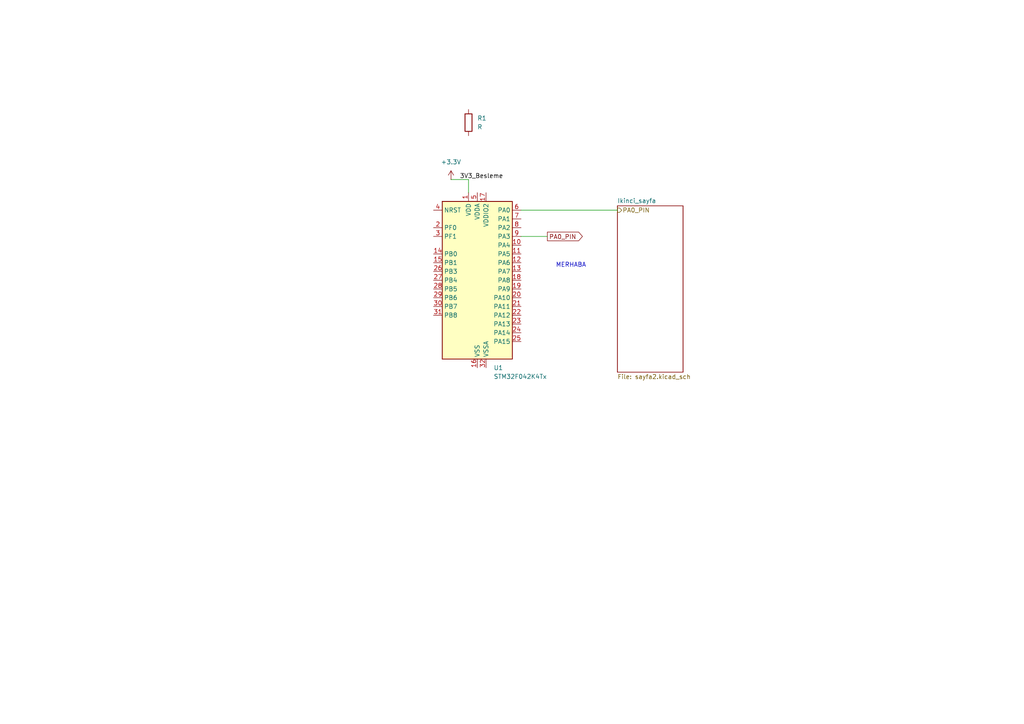
<source format=kicad_sch>
(kicad_sch
	(version 20231120)
	(generator "eeschema")
	(generator_version "8.0")
	(uuid "9307271f-55a5-4727-a117-db074bcdf12f")
	(paper "A4")
	(title_block
		(title "Egitim")
	)
	(lib_symbols
		(symbol "Device:R"
			(pin_numbers hide)
			(pin_names
				(offset 0)
			)
			(exclude_from_sim no)
			(in_bom yes)
			(on_board yes)
			(property "Reference" "R"
				(at 2.032 0 90)
				(effects
					(font
						(size 1.27 1.27)
					)
				)
			)
			(property "Value" "R"
				(at 0 0 90)
				(effects
					(font
						(size 1.27 1.27)
					)
				)
			)
			(property "Footprint" ""
				(at -1.778 0 90)
				(effects
					(font
						(size 1.27 1.27)
					)
					(hide yes)
				)
			)
			(property "Datasheet" "~"
				(at 0 0 0)
				(effects
					(font
						(size 1.27 1.27)
					)
					(hide yes)
				)
			)
			(property "Description" "Resistor"
				(at 0 0 0)
				(effects
					(font
						(size 1.27 1.27)
					)
					(hide yes)
				)
			)
			(property "ki_keywords" "R res resistor"
				(at 0 0 0)
				(effects
					(font
						(size 1.27 1.27)
					)
					(hide yes)
				)
			)
			(property "ki_fp_filters" "R_*"
				(at 0 0 0)
				(effects
					(font
						(size 1.27 1.27)
					)
					(hide yes)
				)
			)
			(symbol "R_0_1"
				(rectangle
					(start -1.016 -2.54)
					(end 1.016 2.54)
					(stroke
						(width 0.254)
						(type default)
					)
					(fill
						(type none)
					)
				)
			)
			(symbol "R_1_1"
				(pin passive line
					(at 0 3.81 270)
					(length 1.27)
					(name "~"
						(effects
							(font
								(size 1.27 1.27)
							)
						)
					)
					(number "1"
						(effects
							(font
								(size 1.27 1.27)
							)
						)
					)
				)
				(pin passive line
					(at 0 -3.81 90)
					(length 1.27)
					(name "~"
						(effects
							(font
								(size 1.27 1.27)
							)
						)
					)
					(number "2"
						(effects
							(font
								(size 1.27 1.27)
							)
						)
					)
				)
			)
		)
		(symbol "MCU_ST_STM32F0:STM32F042K4Tx"
			(exclude_from_sim no)
			(in_bom yes)
			(on_board yes)
			(property "Reference" "U"
				(at -10.16 24.13 0)
				(effects
					(font
						(size 1.27 1.27)
					)
					(justify left)
				)
			)
			(property "Value" "STM32F042K4Tx"
				(at 5.08 24.13 0)
				(effects
					(font
						(size 1.27 1.27)
					)
					(justify left)
				)
			)
			(property "Footprint" "Package_QFP:LQFP-32_7x7mm_P0.8mm"
				(at -10.16 -22.86 0)
				(effects
					(font
						(size 1.27 1.27)
					)
					(justify right)
					(hide yes)
				)
			)
			(property "Datasheet" "https://www.st.com/resource/en/datasheet/stm32f042k4.pdf"
				(at 0 0 0)
				(effects
					(font
						(size 1.27 1.27)
					)
					(hide yes)
				)
			)
			(property "Description" "STMicroelectronics Arm Cortex-M0 MCU, 16KB flash, 6KB RAM, 48 MHz, 2.0-3.6V, 26 GPIO, LQFP32"
				(at 0 0 0)
				(effects
					(font
						(size 1.27 1.27)
					)
					(hide yes)
				)
			)
			(property "ki_locked" ""
				(at 0 0 0)
				(effects
					(font
						(size 1.27 1.27)
					)
				)
			)
			(property "ki_keywords" "Arm Cortex-M0 STM32F0 STM32F0x2"
				(at 0 0 0)
				(effects
					(font
						(size 1.27 1.27)
					)
					(hide yes)
				)
			)
			(property "ki_fp_filters" "LQFP*7x7mm*P0.8mm*"
				(at 0 0 0)
				(effects
					(font
						(size 1.27 1.27)
					)
					(hide yes)
				)
			)
			(symbol "STM32F042K4Tx_0_1"
				(rectangle
					(start -10.16 -22.86)
					(end 10.16 22.86)
					(stroke
						(width 0.254)
						(type default)
					)
					(fill
						(type background)
					)
				)
			)
			(symbol "STM32F042K4Tx_1_1"
				(pin power_in line
					(at -2.54 25.4 270)
					(length 2.54)
					(name "VDD"
						(effects
							(font
								(size 1.27 1.27)
							)
						)
					)
					(number "1"
						(effects
							(font
								(size 1.27 1.27)
							)
						)
					)
				)
				(pin bidirectional line
					(at 12.7 10.16 180)
					(length 2.54)
					(name "PA4"
						(effects
							(font
								(size 1.27 1.27)
							)
						)
					)
					(number "10"
						(effects
							(font
								(size 1.27 1.27)
							)
						)
					)
					(alternate "ADC_IN4" bidirectional line)
					(alternate "I2S1_WS" bidirectional line)
					(alternate "SPI1_NSS" bidirectional line)
					(alternate "TIM14_CH1" bidirectional line)
					(alternate "TSC_G2_IO1" bidirectional line)
					(alternate "USART2_CK" bidirectional line)
					(alternate "USB_NOE" bidirectional line)
				)
				(pin bidirectional line
					(at 12.7 7.62 180)
					(length 2.54)
					(name "PA5"
						(effects
							(font
								(size 1.27 1.27)
							)
						)
					)
					(number "11"
						(effects
							(font
								(size 1.27 1.27)
							)
						)
					)
					(alternate "ADC_IN5" bidirectional line)
					(alternate "CEC" bidirectional line)
					(alternate "I2S1_CK" bidirectional line)
					(alternate "SPI1_SCK" bidirectional line)
					(alternate "TIM2_CH1" bidirectional line)
					(alternate "TIM2_ETR" bidirectional line)
					(alternate "TSC_G2_IO2" bidirectional line)
				)
				(pin bidirectional line
					(at 12.7 5.08 180)
					(length 2.54)
					(name "PA6"
						(effects
							(font
								(size 1.27 1.27)
							)
						)
					)
					(number "12"
						(effects
							(font
								(size 1.27 1.27)
							)
						)
					)
					(alternate "ADC_IN6" bidirectional line)
					(alternate "I2S1_MCK" bidirectional line)
					(alternate "SPI1_MISO" bidirectional line)
					(alternate "TIM16_CH1" bidirectional line)
					(alternate "TIM1_BKIN" bidirectional line)
					(alternate "TIM3_CH1" bidirectional line)
					(alternate "TSC_G2_IO3" bidirectional line)
				)
				(pin bidirectional line
					(at 12.7 2.54 180)
					(length 2.54)
					(name "PA7"
						(effects
							(font
								(size 1.27 1.27)
							)
						)
					)
					(number "13"
						(effects
							(font
								(size 1.27 1.27)
							)
						)
					)
					(alternate "ADC_IN7" bidirectional line)
					(alternate "I2S1_SD" bidirectional line)
					(alternate "SPI1_MOSI" bidirectional line)
					(alternate "TIM14_CH1" bidirectional line)
					(alternate "TIM17_CH1" bidirectional line)
					(alternate "TIM1_CH1N" bidirectional line)
					(alternate "TIM3_CH2" bidirectional line)
					(alternate "TSC_G2_IO4" bidirectional line)
				)
				(pin bidirectional line
					(at -12.7 7.62 0)
					(length 2.54)
					(name "PB0"
						(effects
							(font
								(size 1.27 1.27)
							)
						)
					)
					(number "14"
						(effects
							(font
								(size 1.27 1.27)
							)
						)
					)
					(alternate "ADC_IN8" bidirectional line)
					(alternate "TIM1_CH2N" bidirectional line)
					(alternate "TIM3_CH3" bidirectional line)
					(alternate "TSC_G3_IO2" bidirectional line)
				)
				(pin bidirectional line
					(at -12.7 5.08 0)
					(length 2.54)
					(name "PB1"
						(effects
							(font
								(size 1.27 1.27)
							)
						)
					)
					(number "15"
						(effects
							(font
								(size 1.27 1.27)
							)
						)
					)
					(alternate "ADC_IN9" bidirectional line)
					(alternate "TIM14_CH1" bidirectional line)
					(alternate "TIM1_CH3N" bidirectional line)
					(alternate "TIM3_CH4" bidirectional line)
					(alternate "TSC_G3_IO3" bidirectional line)
				)
				(pin power_in line
					(at 0 -25.4 90)
					(length 2.54)
					(name "VSS"
						(effects
							(font
								(size 1.27 1.27)
							)
						)
					)
					(number "16"
						(effects
							(font
								(size 1.27 1.27)
							)
						)
					)
				)
				(pin power_in line
					(at 2.54 25.4 270)
					(length 2.54)
					(name "VDDIO2"
						(effects
							(font
								(size 1.27 1.27)
							)
						)
					)
					(number "17"
						(effects
							(font
								(size 1.27 1.27)
							)
						)
					)
				)
				(pin bidirectional line
					(at 12.7 0 180)
					(length 2.54)
					(name "PA8"
						(effects
							(font
								(size 1.27 1.27)
							)
						)
					)
					(number "18"
						(effects
							(font
								(size 1.27 1.27)
							)
						)
					)
					(alternate "CRS_SYNC" bidirectional line)
					(alternate "RCC_MCO" bidirectional line)
					(alternate "TIM1_CH1" bidirectional line)
					(alternate "USART1_CK" bidirectional line)
				)
				(pin bidirectional line
					(at 12.7 -2.54 180)
					(length 2.54)
					(name "PA9"
						(effects
							(font
								(size 1.27 1.27)
							)
						)
					)
					(number "19"
						(effects
							(font
								(size 1.27 1.27)
							)
						)
					)
					(alternate "I2C1_SCL" bidirectional line)
					(alternate "TIM1_CH2" bidirectional line)
					(alternate "TSC_G4_IO1" bidirectional line)
					(alternate "USART1_TX" bidirectional line)
				)
				(pin bidirectional line
					(at -12.7 15.24 0)
					(length 2.54)
					(name "PF0"
						(effects
							(font
								(size 1.27 1.27)
							)
						)
					)
					(number "2"
						(effects
							(font
								(size 1.27 1.27)
							)
						)
					)
					(alternate "CRS_SYNC" bidirectional line)
					(alternate "I2C1_SDA" bidirectional line)
					(alternate "RCC_OSC_IN" bidirectional line)
				)
				(pin bidirectional line
					(at 12.7 -5.08 180)
					(length 2.54)
					(name "PA10"
						(effects
							(font
								(size 1.27 1.27)
							)
						)
					)
					(number "20"
						(effects
							(font
								(size 1.27 1.27)
							)
						)
					)
					(alternate "I2C1_SDA" bidirectional line)
					(alternate "TIM17_BKIN" bidirectional line)
					(alternate "TIM1_CH3" bidirectional line)
					(alternate "TSC_G4_IO2" bidirectional line)
					(alternate "USART1_RX" bidirectional line)
				)
				(pin bidirectional line
					(at 12.7 -7.62 180)
					(length 2.54)
					(name "PA11"
						(effects
							(font
								(size 1.27 1.27)
							)
						)
					)
					(number "21"
						(effects
							(font
								(size 1.27 1.27)
							)
						)
					)
					(alternate "CAN_RX" bidirectional line)
					(alternate "I2C1_SCL" bidirectional line)
					(alternate "TIM1_CH4" bidirectional line)
					(alternate "TSC_G4_IO3" bidirectional line)
					(alternate "USART1_CTS" bidirectional line)
					(alternate "USB_DM" bidirectional line)
				)
				(pin bidirectional line
					(at 12.7 -10.16 180)
					(length 2.54)
					(name "PA12"
						(effects
							(font
								(size 1.27 1.27)
							)
						)
					)
					(number "22"
						(effects
							(font
								(size 1.27 1.27)
							)
						)
					)
					(alternate "CAN_TX" bidirectional line)
					(alternate "I2C1_SDA" bidirectional line)
					(alternate "TIM1_ETR" bidirectional line)
					(alternate "TSC_G4_IO4" bidirectional line)
					(alternate "USART1_DE" bidirectional line)
					(alternate "USART1_RTS" bidirectional line)
					(alternate "USB_DP" bidirectional line)
				)
				(pin bidirectional line
					(at 12.7 -12.7 180)
					(length 2.54)
					(name "PA13"
						(effects
							(font
								(size 1.27 1.27)
							)
						)
					)
					(number "23"
						(effects
							(font
								(size 1.27 1.27)
							)
						)
					)
					(alternate "IR_OUT" bidirectional line)
					(alternate "SYS_SWDIO" bidirectional line)
					(alternate "USB_NOE" bidirectional line)
				)
				(pin bidirectional line
					(at 12.7 -15.24 180)
					(length 2.54)
					(name "PA14"
						(effects
							(font
								(size 1.27 1.27)
							)
						)
					)
					(number "24"
						(effects
							(font
								(size 1.27 1.27)
							)
						)
					)
					(alternate "SYS_SWCLK" bidirectional line)
					(alternate "USART2_TX" bidirectional line)
				)
				(pin bidirectional line
					(at 12.7 -17.78 180)
					(length 2.54)
					(name "PA15"
						(effects
							(font
								(size 1.27 1.27)
							)
						)
					)
					(number "25"
						(effects
							(font
								(size 1.27 1.27)
							)
						)
					)
					(alternate "I2S1_WS" bidirectional line)
					(alternate "SPI1_NSS" bidirectional line)
					(alternate "TIM2_CH1" bidirectional line)
					(alternate "TIM2_ETR" bidirectional line)
					(alternate "USART2_RX" bidirectional line)
					(alternate "USB_NOE" bidirectional line)
				)
				(pin bidirectional line
					(at -12.7 2.54 0)
					(length 2.54)
					(name "PB3"
						(effects
							(font
								(size 1.27 1.27)
							)
						)
					)
					(number "26"
						(effects
							(font
								(size 1.27 1.27)
							)
						)
					)
					(alternate "I2S1_CK" bidirectional line)
					(alternate "SPI1_SCK" bidirectional line)
					(alternate "TIM2_CH2" bidirectional line)
					(alternate "TSC_G5_IO1" bidirectional line)
				)
				(pin bidirectional line
					(at -12.7 0 0)
					(length 2.54)
					(name "PB4"
						(effects
							(font
								(size 1.27 1.27)
							)
						)
					)
					(number "27"
						(effects
							(font
								(size 1.27 1.27)
							)
						)
					)
					(alternate "I2S1_MCK" bidirectional line)
					(alternate "SPI1_MISO" bidirectional line)
					(alternate "TIM17_BKIN" bidirectional line)
					(alternate "TIM3_CH1" bidirectional line)
					(alternate "TSC_G5_IO2" bidirectional line)
				)
				(pin bidirectional line
					(at -12.7 -2.54 0)
					(length 2.54)
					(name "PB5"
						(effects
							(font
								(size 1.27 1.27)
							)
						)
					)
					(number "28"
						(effects
							(font
								(size 1.27 1.27)
							)
						)
					)
					(alternate "I2C1_SMBA" bidirectional line)
					(alternate "I2S1_SD" bidirectional line)
					(alternate "SPI1_MOSI" bidirectional line)
					(alternate "SYS_WKUP6" bidirectional line)
					(alternate "TIM16_BKIN" bidirectional line)
					(alternate "TIM3_CH2" bidirectional line)
				)
				(pin bidirectional line
					(at -12.7 -5.08 0)
					(length 2.54)
					(name "PB6"
						(effects
							(font
								(size 1.27 1.27)
							)
						)
					)
					(number "29"
						(effects
							(font
								(size 1.27 1.27)
							)
						)
					)
					(alternate "I2C1_SCL" bidirectional line)
					(alternate "TIM16_CH1N" bidirectional line)
					(alternate "TSC_G5_IO3" bidirectional line)
					(alternate "USART1_TX" bidirectional line)
				)
				(pin bidirectional line
					(at -12.7 12.7 0)
					(length 2.54)
					(name "PF1"
						(effects
							(font
								(size 1.27 1.27)
							)
						)
					)
					(number "3"
						(effects
							(font
								(size 1.27 1.27)
							)
						)
					)
					(alternate "I2C1_SCL" bidirectional line)
					(alternate "RCC_OSC_OUT" bidirectional line)
				)
				(pin bidirectional line
					(at -12.7 -7.62 0)
					(length 2.54)
					(name "PB7"
						(effects
							(font
								(size 1.27 1.27)
							)
						)
					)
					(number "30"
						(effects
							(font
								(size 1.27 1.27)
							)
						)
					)
					(alternate "I2C1_SDA" bidirectional line)
					(alternate "TIM17_CH1N" bidirectional line)
					(alternate "TSC_G5_IO4" bidirectional line)
					(alternate "USART1_RX" bidirectional line)
				)
				(pin bidirectional line
					(at -12.7 -10.16 0)
					(length 2.54)
					(name "PB8"
						(effects
							(font
								(size 1.27 1.27)
							)
						)
					)
					(number "31"
						(effects
							(font
								(size 1.27 1.27)
							)
						)
					)
					(alternate "CAN_RX" bidirectional line)
					(alternate "CEC" bidirectional line)
					(alternate "I2C1_SCL" bidirectional line)
					(alternate "TIM16_CH1" bidirectional line)
					(alternate "TSC_SYNC" bidirectional line)
				)
				(pin power_in line
					(at 2.54 -25.4 90)
					(length 2.54)
					(name "VSSA"
						(effects
							(font
								(size 1.27 1.27)
							)
						)
					)
					(number "32"
						(effects
							(font
								(size 1.27 1.27)
							)
						)
					)
				)
				(pin input line
					(at -12.7 20.32 0)
					(length 2.54)
					(name "NRST"
						(effects
							(font
								(size 1.27 1.27)
							)
						)
					)
					(number "4"
						(effects
							(font
								(size 1.27 1.27)
							)
						)
					)
				)
				(pin power_in line
					(at 0 25.4 270)
					(length 2.54)
					(name "VDDA"
						(effects
							(font
								(size 1.27 1.27)
							)
						)
					)
					(number "5"
						(effects
							(font
								(size 1.27 1.27)
							)
						)
					)
				)
				(pin bidirectional line
					(at 12.7 20.32 180)
					(length 2.54)
					(name "PA0"
						(effects
							(font
								(size 1.27 1.27)
							)
						)
					)
					(number "6"
						(effects
							(font
								(size 1.27 1.27)
							)
						)
					)
					(alternate "ADC_IN0" bidirectional line)
					(alternate "RTC_TAMP2" bidirectional line)
					(alternate "SYS_WKUP1" bidirectional line)
					(alternate "TIM2_CH1" bidirectional line)
					(alternate "TIM2_ETR" bidirectional line)
					(alternate "TSC_G1_IO1" bidirectional line)
					(alternate "USART2_CTS" bidirectional line)
				)
				(pin bidirectional line
					(at 12.7 17.78 180)
					(length 2.54)
					(name "PA1"
						(effects
							(font
								(size 1.27 1.27)
							)
						)
					)
					(number "7"
						(effects
							(font
								(size 1.27 1.27)
							)
						)
					)
					(alternate "ADC_IN1" bidirectional line)
					(alternate "TIM2_CH2" bidirectional line)
					(alternate "TSC_G1_IO2" bidirectional line)
					(alternate "USART2_DE" bidirectional line)
					(alternate "USART2_RTS" bidirectional line)
				)
				(pin bidirectional line
					(at 12.7 15.24 180)
					(length 2.54)
					(name "PA2"
						(effects
							(font
								(size 1.27 1.27)
							)
						)
					)
					(number "8"
						(effects
							(font
								(size 1.27 1.27)
							)
						)
					)
					(alternate "ADC_IN2" bidirectional line)
					(alternate "SYS_WKUP4" bidirectional line)
					(alternate "TIM2_CH3" bidirectional line)
					(alternate "TSC_G1_IO3" bidirectional line)
					(alternate "USART2_TX" bidirectional line)
				)
				(pin bidirectional line
					(at 12.7 12.7 180)
					(length 2.54)
					(name "PA3"
						(effects
							(font
								(size 1.27 1.27)
							)
						)
					)
					(number "9"
						(effects
							(font
								(size 1.27 1.27)
							)
						)
					)
					(alternate "ADC_IN3" bidirectional line)
					(alternate "TIM2_CH4" bidirectional line)
					(alternate "TSC_G1_IO4" bidirectional line)
					(alternate "USART2_RX" bidirectional line)
				)
			)
		)
		(symbol "power:+3.3V"
			(power)
			(pin_numbers hide)
			(pin_names
				(offset 0) hide)
			(exclude_from_sim no)
			(in_bom yes)
			(on_board yes)
			(property "Reference" "#PWR"
				(at 0 -3.81 0)
				(effects
					(font
						(size 1.27 1.27)
					)
					(hide yes)
				)
			)
			(property "Value" "+3.3V"
				(at 0 3.556 0)
				(effects
					(font
						(size 1.27 1.27)
					)
				)
			)
			(property "Footprint" ""
				(at 0 0 0)
				(effects
					(font
						(size 1.27 1.27)
					)
					(hide yes)
				)
			)
			(property "Datasheet" ""
				(at 0 0 0)
				(effects
					(font
						(size 1.27 1.27)
					)
					(hide yes)
				)
			)
			(property "Description" "Power symbol creates a global label with name \"+3.3V\""
				(at 0 0 0)
				(effects
					(font
						(size 1.27 1.27)
					)
					(hide yes)
				)
			)
			(property "ki_keywords" "global power"
				(at 0 0 0)
				(effects
					(font
						(size 1.27 1.27)
					)
					(hide yes)
				)
			)
			(symbol "+3.3V_0_1"
				(polyline
					(pts
						(xy -0.762 1.27) (xy 0 2.54)
					)
					(stroke
						(width 0)
						(type default)
					)
					(fill
						(type none)
					)
				)
				(polyline
					(pts
						(xy 0 0) (xy 0 2.54)
					)
					(stroke
						(width 0)
						(type default)
					)
					(fill
						(type none)
					)
				)
				(polyline
					(pts
						(xy 0 2.54) (xy 0.762 1.27)
					)
					(stroke
						(width 0)
						(type default)
					)
					(fill
						(type none)
					)
				)
			)
			(symbol "+3.3V_1_1"
				(pin power_in line
					(at 0 0 90)
					(length 0)
					(name "~"
						(effects
							(font
								(size 1.27 1.27)
							)
						)
					)
					(number "1"
						(effects
							(font
								(size 1.27 1.27)
							)
						)
					)
				)
			)
		)
	)
	(wire
		(pts
			(xy 151.13 60.96) (xy 179.07 60.96)
		)
		(stroke
			(width 0)
			(type default)
		)
		(uuid "71fafa8b-f146-421a-85c1-69d773d21a91")
	)
	(wire
		(pts
			(xy 135.89 52.07) (xy 130.81 52.07)
		)
		(stroke
			(width 0)
			(type default)
		)
		(uuid "8bbea717-49d3-4125-bfb7-c3ba895ddea4")
	)
	(wire
		(pts
			(xy 135.89 55.88) (xy 135.89 52.07)
		)
		(stroke
			(width 0)
			(type default)
		)
		(uuid "8bd16c90-be5a-415f-93a9-3e26d77eb4db")
	)
	(wire
		(pts
			(xy 151.13 68.58) (xy 158.75 68.58)
		)
		(stroke
			(width 0)
			(type default)
		)
		(uuid "92a129b9-ab7b-4a59-acd6-760b1d52b9f5")
	)
	(text "MERHABA\n"
		(exclude_from_sim no)
		(at 165.608 76.962 0)
		(effects
			(font
				(size 1.27 1.27)
			)
		)
		(uuid "9eddf28d-5796-4314-848e-3fb1f420f107")
	)
	(label "3V3_Besleme"
		(at 133.35 52.07 0)
		(fields_autoplaced yes)
		(effects
			(font
				(size 1.27 1.27)
			)
			(justify left bottom)
		)
		(uuid "b3efe7c1-af8f-4d53-ba45-b1fc7f787670")
	)
	(global_label "PA0_PIN"
		(shape output)
		(at 158.75 68.58 0)
		(fields_autoplaced yes)
		(effects
			(font
				(size 1.27 1.27)
			)
			(justify left)
		)
		(uuid "1a682070-e3f4-460f-a7c0-acac62a09693")
		(property "Intersheetrefs" "${INTERSHEET_REFS}"
			(at 169.4762 68.58 0)
			(effects
				(font
					(size 1.27 1.27)
				)
				(justify left)
				(hide yes)
			)
		)
	)
	(hierarchical_label "PA0_PIN"
		(shape output)
		(at 179.07 60.96 0)
		(fields_autoplaced yes)
		(effects
			(font
				(size 1.27 1.27)
			)
			(justify left)
		)
		(uuid "3bfba82a-099d-4fd9-bbc2-c839f533d497")
	)
	(symbol
		(lib_id "Device:R")
		(at 135.89 35.56 0)
		(unit 1)
		(exclude_from_sim no)
		(in_bom yes)
		(on_board yes)
		(dnp no)
		(fields_autoplaced yes)
		(uuid "5d7ad695-1954-46ac-af46-0fc97385eab8")
		(property "Reference" "R1"
			(at 138.43 34.2899 0)
			(effects
				(font
					(size 1.27 1.27)
				)
				(justify left)
			)
		)
		(property "Value" "R"
			(at 138.43 36.8299 0)
			(effects
				(font
					(size 1.27 1.27)
				)
				(justify left)
			)
		)
		(property "Footprint" ""
			(at 134.112 35.56 90)
			(effects
				(font
					(size 1.27 1.27)
				)
				(hide yes)
			)
		)
		(property "Datasheet" "~"
			(at 135.89 35.56 0)
			(effects
				(font
					(size 1.27 1.27)
				)
				(hide yes)
			)
		)
		(property "Description" "Resistor"
			(at 135.89 35.56 0)
			(effects
				(font
					(size 1.27 1.27)
				)
				(hide yes)
			)
		)
		(pin "1"
			(uuid "5c42bdda-b332-450a-8642-df9c90f4d0d5")
		)
		(pin "2"
			(uuid "d8542116-a389-491e-a989-baf7e19be105")
		)
		(instances
			(project ""
				(path "/9307271f-55a5-4727-a117-db074bcdf12f"
					(reference "R1")
					(unit 1)
				)
			)
		)
	)
	(symbol
		(lib_id "MCU_ST_STM32F0:STM32F042K4Tx")
		(at 138.43 81.28 0)
		(unit 1)
		(exclude_from_sim no)
		(in_bom yes)
		(on_board yes)
		(dnp no)
		(uuid "6d5cd81c-7618-4b9b-b29c-8dce06c76b8f")
		(property "Reference" "U1"
			(at 143.1641 106.68 0)
			(effects
				(font
					(size 1.27 1.27)
				)
				(justify left)
			)
		)
		(property "Value" "STM32F042K4Tx"
			(at 143.1641 109.22 0)
			(effects
				(font
					(size 1.27 1.27)
				)
				(justify left)
			)
		)
		(property "Footprint" "Package_QFP:LQFP-32_7x7mm_P0.8mm"
			(at 128.27 104.14 0)
			(effects
				(font
					(size 1.27 1.27)
				)
				(justify right)
				(hide yes)
			)
		)
		(property "Datasheet" "https://www.st.com/resource/en/datasheet/stm32f042k4.pdf"
			(at 138.43 81.28 0)
			(effects
				(font
					(size 1.27 1.27)
				)
				(hide yes)
			)
		)
		(property "Description" "STMicroelectronics Arm Cortex-M0 MCU, 16KB flash, 6KB RAM, 48 MHz, 2.0-3.6V, 26 GPIO, LQFP32"
			(at 138.43 81.28 0)
			(effects
				(font
					(size 1.27 1.27)
				)
				(hide yes)
			)
		)
		(pin "23"
			(uuid "c07a1808-93a7-4f93-90bc-de04adc9f91b")
		)
		(pin "24"
			(uuid "d910f2ec-d3fe-4270-b474-fb4ecbc1bf68")
		)
		(pin "15"
			(uuid "75971da3-b196-4157-a382-cd6baede0f7a")
		)
		(pin "2"
			(uuid "86f4bc74-f5d4-4770-9107-f09cf704d676")
		)
		(pin "18"
			(uuid "c649f4d7-434d-4209-9b11-5d98cae41f49")
		)
		(pin "20"
			(uuid "2c58ca0e-940c-40a9-894f-f7982a8ea3d0")
		)
		(pin "28"
			(uuid "2ee599e8-f4ec-495d-8f39-f880a7700683")
		)
		(pin "14"
			(uuid "b6461523-9d42-4272-8f31-39c7d1546662")
		)
		(pin "25"
			(uuid "3a5788c4-91a2-4fbe-9a3d-9f2c4e7ab218")
		)
		(pin "26"
			(uuid "66fae445-94c2-4bcb-8920-6d3a4c6b3571")
		)
		(pin "6"
			(uuid "e2951370-0ea4-46fc-8cb8-861899455782")
		)
		(pin "1"
			(uuid "5b0ea445-0aca-4532-8a59-14fca4ff6713")
		)
		(pin "16"
			(uuid "a6ac6c79-3345-49ae-be5c-af1b994d7d32")
		)
		(pin "8"
			(uuid "9965b91d-5252-4f66-8b5b-1c1008723687")
		)
		(pin "19"
			(uuid "1fac7368-a73d-4315-801d-0d58a45df989")
		)
		(pin "4"
			(uuid "80bf4348-e48b-4e54-9dd1-97d9e1b45890")
		)
		(pin "29"
			(uuid "2faa789f-9990-4797-9136-92c306f4b7ae")
		)
		(pin "10"
			(uuid "617bad24-4e33-49b2-af92-b4f95c006e17")
		)
		(pin "32"
			(uuid "03297991-cb7a-41b5-88fd-a390151e0671")
		)
		(pin "5"
			(uuid "1fd629e1-d592-4166-ab42-e06514471030")
		)
		(pin "12"
			(uuid "70123a90-7eb7-488c-9d4d-76f84e5c5d71")
		)
		(pin "27"
			(uuid "45f3d4e7-33c3-4dfc-bfed-62d75e2b11a9")
		)
		(pin "3"
			(uuid "a26c5965-bdfd-43a5-8a48-f46fd2dbe2ff")
		)
		(pin "7"
			(uuid "cb40a33d-57c8-422c-856c-1ccbc94e2230")
		)
		(pin "13"
			(uuid "e95926f1-7bca-4913-9521-2554f2befaca")
		)
		(pin "9"
			(uuid "15749b41-2eed-4b4e-9b09-e46efd38ffde")
		)
		(pin "17"
			(uuid "da1bae05-69f2-4052-ba84-38e656946616")
		)
		(pin "11"
			(uuid "f150ffe6-02df-4972-a07c-d5aa0ab9d2cc")
		)
		(pin "21"
			(uuid "3f98dec6-9189-4fd4-b40d-66273fa321a0")
		)
		(pin "22"
			(uuid "c3b688fe-1f16-4569-a05e-ef26628166f3")
		)
		(pin "30"
			(uuid "e3be3fb1-6e36-4266-b086-b532cfbf4c53")
		)
		(pin "31"
			(uuid "cdb33d05-694f-495c-b8a0-c4ddbaeae32d")
		)
		(instances
			(project ""
				(path "/9307271f-55a5-4727-a117-db074bcdf12f"
					(reference "U1")
					(unit 1)
				)
			)
		)
	)
	(symbol
		(lib_id "power:+3.3V")
		(at 130.81 52.07 0)
		(unit 1)
		(exclude_from_sim no)
		(in_bom yes)
		(on_board yes)
		(dnp no)
		(fields_autoplaced yes)
		(uuid "e2403537-0c66-4365-84ed-1def2de348ac")
		(property "Reference" "#PWR01"
			(at 130.81 55.88 0)
			(effects
				(font
					(size 1.27 1.27)
				)
				(hide yes)
			)
		)
		(property "Value" "+3.3V"
			(at 130.81 46.99 0)
			(effects
				(font
					(size 1.27 1.27)
				)
			)
		)
		(property "Footprint" ""
			(at 130.81 52.07 0)
			(effects
				(font
					(size 1.27 1.27)
				)
				(hide yes)
			)
		)
		(property "Datasheet" ""
			(at 130.81 52.07 0)
			(effects
				(font
					(size 1.27 1.27)
				)
				(hide yes)
			)
		)
		(property "Description" "Power symbol creates a global label with name \"+3.3V\""
			(at 130.81 52.07 0)
			(effects
				(font
					(size 1.27 1.27)
				)
				(hide yes)
			)
		)
		(pin "1"
			(uuid "4b632389-3e44-4550-83a0-d19fbc7210a2")
		)
		(instances
			(project ""
				(path "/9307271f-55a5-4727-a117-db074bcdf12f"
					(reference "#PWR01")
					(unit 1)
				)
			)
		)
	)
	(sheet
		(at 179.07 59.69)
		(size 19.05 48.26)
		(fields_autoplaced yes)
		(stroke
			(width 0.1524)
			(type solid)
		)
		(fill
			(color 0 0 0 0.0000)
		)
		(uuid "f70d5d9d-a5e7-45e8-909b-477c40d16fb1")
		(property "Sheetname" "Ikinci_sayfa"
			(at 179.07 58.9784 0)
			(effects
				(font
					(size 1.27 1.27)
				)
				(justify left bottom)
			)
		)
		(property "Sheetfile" "sayfa2.kicad_sch"
			(at 179.07 108.5346 0)
			(effects
				(font
					(size 1.27 1.27)
				)
				(justify left top)
			)
		)
		(instances
			(project "egitim"
				(path "/9307271f-55a5-4727-a117-db074bcdf12f"
					(page "2")
				)
			)
		)
	)
	(sheet_instances
		(path "/"
			(page "1")
		)
	)
)

</source>
